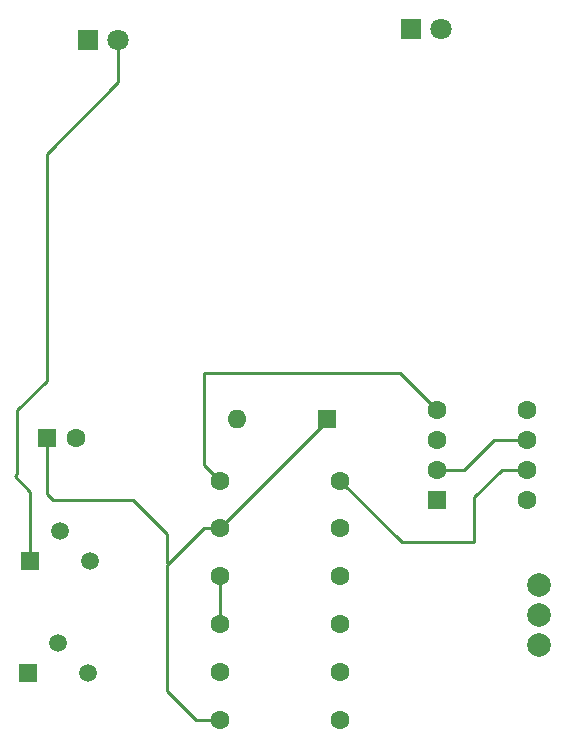
<source format=gbr>
%TF.GenerationSoftware,KiCad,Pcbnew,9.0.6*%
%TF.CreationDate,2025-12-01T23:05:10+01:00*%
%TF.ProjectId,Coala,436f616c-612e-46b6-9963-61645f706362,rev?*%
%TF.SameCoordinates,Original*%
%TF.FileFunction,Copper,L1,Top*%
%TF.FilePolarity,Positive*%
%FSLAX46Y46*%
G04 Gerber Fmt 4.6, Leading zero omitted, Abs format (unit mm)*
G04 Created by KiCad (PCBNEW 9.0.6) date 2025-12-01 23:05:10*
%MOMM*%
%LPD*%
G01*
G04 APERTURE LIST*
G04 Aperture macros list*
%AMRoundRect*
0 Rectangle with rounded corners*
0 $1 Rounding radius*
0 $2 $3 $4 $5 $6 $7 $8 $9 X,Y pos of 4 corners*
0 Add a 4 corners polygon primitive as box body*
4,1,4,$2,$3,$4,$5,$6,$7,$8,$9,$2,$3,0*
0 Add four circle primitives for the rounded corners*
1,1,$1+$1,$2,$3*
1,1,$1+$1,$4,$5*
1,1,$1+$1,$6,$7*
1,1,$1+$1,$8,$9*
0 Add four rect primitives between the rounded corners*
20,1,$1+$1,$2,$3,$4,$5,0*
20,1,$1+$1,$4,$5,$6,$7,0*
20,1,$1+$1,$6,$7,$8,$9,0*
20,1,$1+$1,$8,$9,$2,$3,0*%
G04 Aperture macros list end*
%TA.AperFunction,ComponentPad*%
%ADD10C,1.500000*%
%TD*%
%TA.AperFunction,ComponentPad*%
%ADD11R,1.500000X1.500000*%
%TD*%
%TA.AperFunction,ComponentPad*%
%ADD12RoundRect,0.250000X-0.550000X-0.550000X0.550000X-0.550000X0.550000X0.550000X-0.550000X0.550000X0*%
%TD*%
%TA.AperFunction,ComponentPad*%
%ADD13C,1.600000*%
%TD*%
%TA.AperFunction,ComponentPad*%
%ADD14C,2.000000*%
%TD*%
%TA.AperFunction,ComponentPad*%
%ADD15R,1.600000X1.600000*%
%TD*%
%TA.AperFunction,ComponentPad*%
%ADD16O,1.600000X1.600000*%
%TD*%
%TA.AperFunction,ComponentPad*%
%ADD17R,1.800000X1.800000*%
%TD*%
%TA.AperFunction,ComponentPad*%
%ADD18C,1.800000*%
%TD*%
%TA.AperFunction,Conductor*%
%ADD19C,0.250000*%
%TD*%
G04 APERTURE END LIST*
D10*
%TO.P,Q1,3,C*%
%TO.N,Net-(Q1-C)*%
X124380000Y-134100000D03*
%TO.P,Q1,2,B*%
%TO.N,Net-(Q1-B)*%
X121840000Y-131560000D03*
D11*
%TO.P,Q1,1,E*%
%TO.N,Net-(D1-K)*%
X119300000Y-134100000D03*
%TD*%
D10*
%TO.P,Q2,3,C*%
%TO.N,Net-(Q2-C)*%
X124580000Y-124600000D03*
%TO.P,Q2,2,B*%
%TO.N,Net-(Q1-C)*%
X122040000Y-122060000D03*
D11*
%TO.P,Q2,1,E*%
%TO.N,Net-(D1-A)*%
X119500000Y-124600000D03*
%TD*%
D12*
%TO.P,U1,1,GND*%
%TO.N,Net-(D1-K)*%
X153900000Y-119380000D03*
D13*
%TO.P,U1,2,TR*%
%TO.N,Net-(D3-K)*%
X153900000Y-116840000D03*
%TO.P,U1,3,Q*%
%TO.N,unconnected-(U1-Q-Pad3)*%
X153900000Y-114300000D03*
%TO.P,U1,4,R*%
%TO.N,Net-(S1-E)*%
X153900000Y-111760000D03*
%TO.P,U1,5,CV*%
%TO.N,unconnected-(U1-CV-Pad5)*%
X161520000Y-111760000D03*
%TO.P,U1,6,THR*%
%TO.N,Net-(D3-K)*%
X161520000Y-114300000D03*
%TO.P,U1,7,DIS*%
%TO.N,Net-(D3-A)*%
X161520000Y-116840000D03*
%TO.P,U1,8,VCC*%
%TO.N,Net-(S1-E)*%
X161520000Y-119380000D03*
%TD*%
D14*
%TO.P,S1,1,A*%
%TO.N,Net-(S1-A-Pad1)*%
X162600000Y-131700000D03*
%TO.P,S1,2,E*%
%TO.N,Net-(S1-E)*%
X162600000Y-129160000D03*
%TO.P,S1,3,A*%
%TO.N,unconnected-(S1-A-Pad3)*%
X162600000Y-126620000D03*
%TD*%
D13*
%TO.P,R7,1*%
%TO.N,Net-(D3-K)*%
X135555821Y-121823942D03*
%TO.P,R7,2*%
%TO.N,Net-(D3-A)*%
X145715821Y-121823942D03*
%TD*%
%TO.P,R6,1*%
%TO.N,Net-(S1-E)*%
X135555821Y-125873942D03*
%TO.P,R6,2*%
%TO.N,Net-(Q2-C)*%
X145715821Y-125873942D03*
%TD*%
%TO.P,R5,1*%
%TO.N,Net-(S1-E)*%
X135555821Y-129923942D03*
%TO.P,R5,2*%
%TO.N,Net-(Q1-C)*%
X145715821Y-129923942D03*
%TD*%
%TO.P,R4,1*%
%TO.N,Net-(Q1-B)*%
X135555821Y-133973942D03*
%TO.P,R4,2*%
%TO.N,Net-(D1-K)*%
X145715821Y-133973942D03*
%TD*%
%TO.P,R3,1*%
%TO.N,Net-(D3-K)*%
X135555821Y-138023942D03*
%TO.P,R3,2*%
%TO.N,Net-(Q1-B)*%
X145715821Y-138023942D03*
%TD*%
%TO.P,R1off1,1*%
%TO.N,Net-(S1-E)*%
X135555821Y-117773942D03*
%TO.P,R1off1,2*%
%TO.N,Net-(D3-A)*%
X145715821Y-117773942D03*
%TD*%
D15*
%TO.P,D3,1,K*%
%TO.N,Net-(D3-K)*%
X144620000Y-112600000D03*
D16*
%TO.P,D3,2,A*%
%TO.N,Net-(D3-A)*%
X137000000Y-112600000D03*
%TD*%
D17*
%TO.P,D2,1,K*%
%TO.N,Net-(D1-K)*%
X151725000Y-79500000D03*
D18*
%TO.P,D2,2,A*%
%TO.N,Net-(D1-A)*%
X154265000Y-79500000D03*
%TD*%
D17*
%TO.P,D1,1,K*%
%TO.N,Net-(D1-K)*%
X124425000Y-80500000D03*
D18*
%TO.P,D1,2,A*%
%TO.N,Net-(D1-A)*%
X126965000Y-80500000D03*
%TD*%
D12*
%TO.P,C1,1*%
%TO.N,Net-(D3-K)*%
X120900000Y-114200000D03*
D13*
%TO.P,C1,2*%
%TO.N,Net-(D1-K)*%
X123400000Y-114200000D03*
%TD*%
D19*
%TO.N,Net-(S1-E)*%
X153900000Y-111760000D02*
X150840000Y-108700000D01*
X135555821Y-129923942D02*
X135555821Y-125873942D01*
X134200000Y-116418121D02*
X134200000Y-108700000D01*
X134200000Y-108700000D02*
X150840000Y-108700000D01*
X135555821Y-117773942D02*
X134200000Y-116418121D01*
%TO.N,Net-(D3-K)*%
X156260000Y-116840000D02*
X158800000Y-114300000D01*
X153900000Y-116840000D02*
X156260000Y-116840000D01*
X158800000Y-114300000D02*
X161520000Y-114300000D01*
%TO.N,Net-(D3-A)*%
X157100000Y-119200000D02*
X159460000Y-116840000D01*
X157100000Y-123000000D02*
X157100000Y-119200000D01*
X150941879Y-123000000D02*
X157100000Y-123000000D01*
X145715821Y-117773942D02*
X150941879Y-123000000D01*
X159460000Y-116840000D02*
X161520000Y-116840000D01*
%TO.N,Net-(D3-K)*%
X144620000Y-112759763D02*
X144620000Y-112600000D01*
X135555821Y-121823942D02*
X144620000Y-112759763D01*
%TO.N,Net-(D1-A)*%
X126965000Y-84035000D02*
X126965000Y-80500000D01*
X120900000Y-90100000D02*
X126965000Y-84035000D01*
X120900000Y-109300000D02*
X120900000Y-90100000D01*
X118400000Y-111800000D02*
X120900000Y-109300000D01*
X118400000Y-117200000D02*
X118400000Y-111800000D01*
X118200000Y-117400000D02*
X118400000Y-117200000D01*
X119500000Y-118700000D02*
X118200000Y-117400000D01*
X119500000Y-124600000D02*
X119500000Y-118700000D01*
%TO.N,Net-(D3-K)*%
X131100000Y-124700000D02*
X131200000Y-124800000D01*
X131100000Y-122300000D02*
X131100000Y-124700000D01*
X128200000Y-119400000D02*
X131100000Y-122300000D01*
X121400000Y-119400000D02*
X128200000Y-119400000D01*
X120900000Y-118900000D02*
X121400000Y-119400000D01*
X120900000Y-114200000D02*
X120900000Y-118900000D01*
X131200000Y-124800000D02*
X131100000Y-124900000D01*
X131100000Y-135600000D02*
X133523942Y-138023942D01*
X131100000Y-124900000D02*
X131100000Y-135600000D01*
X133523942Y-138023942D02*
X135555821Y-138023942D01*
X134176058Y-121823942D02*
X131200000Y-124800000D01*
X135555821Y-121823942D02*
X134176058Y-121823942D01*
%TD*%
M02*

</source>
